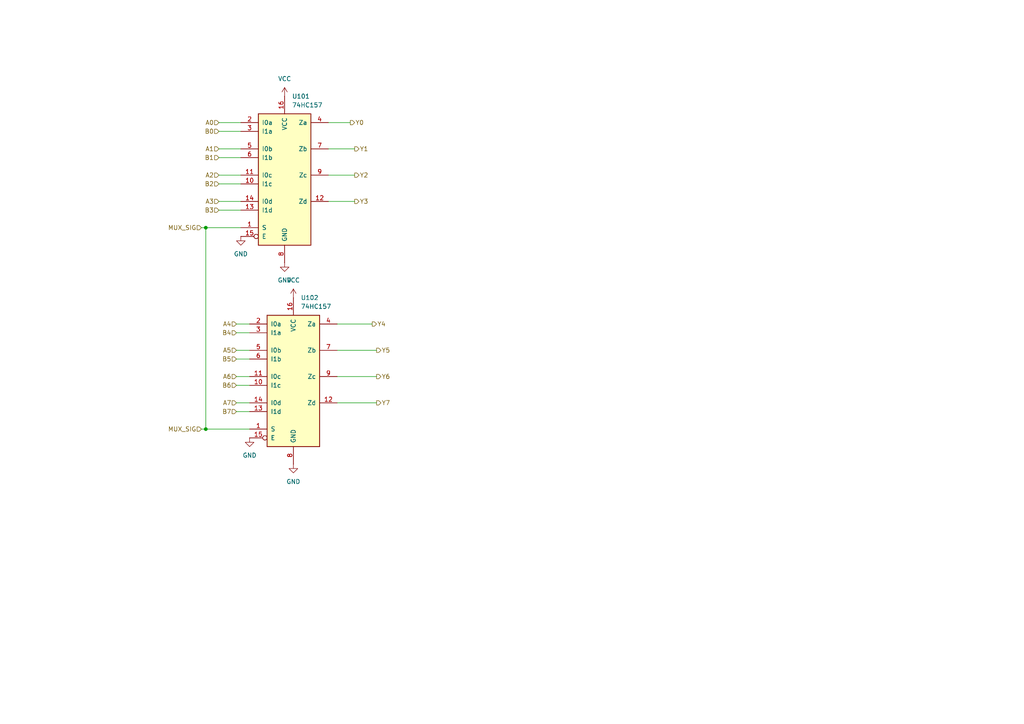
<source format=kicad_sch>
(kicad_sch (version 20250114) (generator "eeschema") (generator_version "9.0")
  (paper "A4")
  (lib_symbols
    (symbol "74xx:74LS157" (pin_names (offset 1.016))
      (property "Reference" "U" (at -7.62 19.05 0))
      (property "Value" "74LS157" (at -7.62 -21.59 0))
      (symbol "74LS157_1_0"
        (pin input line (at -12.7 15.24 0) (length 5.08) (name "I0a") (number "2"))
        (pin input line (at -12.7 12.7 0) (length 5.08) (name "I1a") (number "3"))
        (pin input line (at -12.7 7.62 0) (length 5.08) (name "I0b") (number "5"))
        (pin input line (at -12.7 5.08 0) (length 5.08) (name "I1b") (number "6"))
        (pin input line (at -12.7 0 0) (length 5.08) (name "I0c") (number "11"))
        (pin input line (at -12.7 -2.54 0) (length 5.08) (name "I1c") (number "10"))
        (pin input line (at -12.7 -7.62 0) (length 5.08) (name "I0d") (number "14"))
        (pin input line (at -12.7 -10.16 0) (length 5.08) (name "I1d") (number "13"))
        (pin input line (at -12.7 -15.24 0) (length 5.08) (name "S") (number "1"))
        (pin input inverted (at -12.7 -17.78 0) (length 5.08) (name "E") (number "15"))
        (pin power_in line (at 0 22.86 270) (length 5.08) (name "VCC") (number "16"))
        (pin power_in line (at 0 -25.4 90) (length 5.08) (name "GND") (number "8"))
        (pin output line (at 12.7 15.24 180) (length 5.08) (name "Za") (number "4"))
        (pin output line (at 12.7 7.62 180) (length 5.08) (name "Zb") (number "7"))
        (pin output line (at 12.7 0 180) (length 5.08) (name "Zc") (number "9"))
        (pin output line (at 12.7 -7.62 180) (length 5.08) (name "Zd") (number "12"))
      )
      (symbol "74LS157_1_1"
        (rectangle (start -7.62 17.78) (end 7.62 -20.32) (stroke (width 0.254)) (fill (type background)))
      )
    )
    (symbol "power:GND" (power) (pin_numbers (hide yes)) (pin_names (offset 0) (hide yes))
      (property "Value" "GND" (at 0 -3.81 0))
      (symbol "GND_0_1"
        (polyline (pts (xy 0 0) (xy 0 -1.27) (xy 1.27 -1.27) (xy 0 -2.54) (xy -1.27 -1.27) (xy 0 -1.27)))
      )
      (symbol "GND_1_1"
        (pin power_in line (at 0 0 270) (length 0) (name "~") (number "1"))
      )
    )
    (symbol "power:VCC" (power) (pin_numbers (hide yes)) (pin_names (offset 0) (hide yes))
      (property "Value" "VCC" (at 0 3.556 0))
      (symbol "VCC_0_1"
        (polyline (pts (xy -0.762 1.27) (xy 0 2.54)))
        (polyline (pts (xy 0 2.54) (xy 0.762 1.27)))
        (polyline (pts (xy 0 0) (xy 0 2.54)))
      )
      (symbol "VCC_1_1"
        (pin power_in line (at 0 0 90) (length 0) (name "~") (number "1"))
      )
    )
  )
  (junction (at 59.69 124.46))
  (junction (at 59.69 66.04))
  (wire (pts (xy 95.25 50.8) (xy 102.87 50.8)))
  (wire (pts (xy 68.58 93.98) (xy 72.39 93.98)))
  (wire (pts (xy 59.69 66.04) (xy 59.69 124.46)))
  (wire (pts (xy 68.58 104.14) (xy 72.39 104.14)))
  (wire (pts (xy 68.58 109.22) (xy 72.39 109.22)))
  (wire (pts (xy 95.25 58.42) (xy 102.87 58.42)))
  (wire (pts (xy 68.58 101.6) (xy 72.39 101.6)))
  (wire (pts (xy 68.58 119.38) (xy 72.39 119.38)))
  (wire (pts (xy 68.58 116.84) (xy 72.39 116.84)))
  (wire (pts (xy 63.5 58.42) (xy 69.85 58.42)))
  (wire (pts (xy 68.58 96.52) (xy 72.39 96.52)))
  (wire (pts (xy 58.42 66.04) (xy 59.69 66.04)))
  (wire (pts (xy 58.42 124.46) (xy 59.69 124.46)))
  (wire (pts (xy 59.69 66.04) (xy 69.85 66.04)))
  (wire (pts (xy 63.5 45.72) (xy 69.85 45.72)))
  (wire (pts (xy 95.25 43.18) (xy 102.87 43.18)))
  (wire (pts (xy 63.5 60.96) (xy 69.85 60.96)))
  (wire (pts (xy 95.25 35.56) (xy 101.6 35.56)))
  (wire (pts (xy 63.5 38.1) (xy 69.85 38.1)))
  (wire (pts (xy 97.79 93.98) (xy 107.95 93.98)))
  (wire (pts (xy 59.69 124.46) (xy 72.39 124.46)))
  (wire (pts (xy 63.5 50.8) (xy 69.85 50.8)))
  (wire (pts (xy 97.79 109.22) (xy 109.22 109.22)))
  (wire (pts (xy 97.79 101.6) (xy 109.22 101.6)))
  (wire (pts (xy 97.79 116.84) (xy 109.22 116.84)))
  (wire (pts (xy 63.5 35.56) (xy 69.85 35.56)))
  (wire (pts (xy 63.5 53.34) (xy 69.85 53.34)))
  (wire (pts (xy 63.5 43.18) (xy 69.85 43.18)))
  (wire (pts (xy 68.58 111.76) (xy 72.39 111.76)))
  (hierarchical_label "B5" (shape input) (at 68.58 104.14 180))
  (hierarchical_label "A6" (shape input) (at 68.58 109.22 180))
  (hierarchical_label "MUX_SIG" (shape input) (at 58.42 124.46 180))
  (hierarchical_label "B0" (shape input) (at 63.5 38.1 180))
  (hierarchical_label "A4" (shape input) (at 68.58 93.98 180))
  (hierarchical_label "A2" (shape input) (at 63.5 50.8 180))
  (hierarchical_label "Y2" (shape output) (at 102.87 50.8 0))
  (hierarchical_label "B3" (shape input) (at 63.5 60.96 180))
  (hierarchical_label "A0" (shape input) (at 63.5 35.56 180))
  (hierarchical_label "Y1" (shape output) (at 102.87 43.18 0))
  (hierarchical_label "B2" (shape input) (at 63.5 53.34 180))
  (hierarchical_label "A5" (shape input) (at 68.58 101.6 180))
  (hierarchical_label "Y0" (shape output) (at 101.6 35.56 0))
  (hierarchical_label "Y4" (shape output) (at 107.95 93.98 0))
  (hierarchical_label "B4" (shape input) (at 68.58 96.52 180))
  (hierarchical_label "Y6" (shape output) (at 109.22 109.22 0))
  (hierarchical_label "A3" (shape input) (at 63.5 58.42 180))
  (hierarchical_label "A1" (shape input) (at 63.5 43.18 180))
  (hierarchical_label "A7" (shape input) (at 68.58 116.84 180))
  (hierarchical_label "B7" (shape input) (at 68.58 119.38 180))
  (hierarchical_label "B6" (shape input) (at 68.58 111.76 180))
  (hierarchical_label "Y3" (shape output) (at 102.87 58.42 0))
  (hierarchical_label "Y7" (shape output) (at 109.22 116.84 0))
  (hierarchical_label "Y5" (shape output) (at 109.22 101.6 0))
  (hierarchical_label "B1" (shape input) (at 63.5 45.72 180))
  (hierarchical_label "MUX_SIG" (shape input) (at 58.42 66.04 180))
  (symbol (lib_id "power:VCC") (at 85.09 86.36 0) (unit 1)
    (property "Reference" "#PWR0103" (effects (hide yes)))
    (property "Value" "VCC" (at 85.09 81.28 0))
    (property "Description" "Power symbol creates a global label with name \"VCC\"" (effects (hide yes)))
  )
  (symbol (lib_id "power:GND") (at 72.39 127 0) (unit 1)
    (property "Reference" "#PWR0105" (effects (hide yes)))
    (property "Value" "GND" (at 72.39 132.08 0))
    (property "Description" "Power symbol creates a global label with name \"GND\" , ground" (effects (hide yes)))
  )
  (symbol (lib_id "power:GND") (at 85.09 134.62 0) (unit 1)
    (property "Reference" "#PWR0102" (effects (hide yes)))
    (property "Value" "GND" (at 85.09 139.7 0))
    (property "Description" "Power symbol creates a global label with name \"GND\" , ground" (effects (hide yes)))
  )
  (symbol (lib_id "power:VCC") (at 82.55 27.94 0) (unit 1)
    (property "Reference" "#PWR0104" (effects (hide yes)))
    (property "Value" "VCC" (at 82.55 22.86 0))
    (property "Description" "Power symbol creates a global label with name \"VCC\"" (effects (hide yes)))
  )
  (symbol (lib_id "74xx:74LS157") (at 85.09 109.22 0) (unit 1)
    (property "Reference" "U102" (at 87.2333 86.36 0) (effects (justify left)))
    (property "Value" "74HC157" (at 87.2333 88.9 0) (effects (justify left)))
    (property "Footprint" "Package_SO:SOIC-16_3.9x9.9mm_P1.27mm" (effects (hide yes)))
    (property "Datasheet" "http://www.ti.com/lit/gpn/sn74LS157" (effects (hide yes)))
    (property "Description" "Quad 2 to 1 line Multiplexer" (effects (hide yes)))
  )
  (symbol (lib_id "74xx:74LS157") (at 82.55 50.8 0) (unit 1)
    (property "Reference" "U101" (at 84.6933 27.94 0) (effects (justify left)))
    (property "Value" "74HC157" (at 84.6933 30.48 0) (effects (justify left)))
    (property "Footprint" "Package_SO:SOIC-16_3.9x9.9mm_P1.27mm" (effects (hide yes)))
    (property "Datasheet" "http://www.ti.com/lit/gpn/sn74LS157" (effects (hide yes)))
    (property "Description" "Quad 2 to 1 line Multiplexer" (effects (hide yes)))
  )
  (symbol (lib_id "power:GND") (at 69.85 68.58 0) (unit 1)
    (property "Reference" "#PWR0106" (effects (hide yes)))
    (property "Value" "GND" (at 69.85 73.66 0))
    (property "Description" "Power symbol creates a global label with name \"GND\" , ground" (effects (hide yes)))
  )
  (symbol (lib_id "power:GND") (at 82.55 76.2 0) (unit 1)
    (property "Reference" "#PWR0101" (effects (hide yes)))
    (property "Value" "GND" (at 82.55 81.28 0))
    (property "Description" "Power symbol creates a global label with name \"GND\" , ground" (effects (hide yes)))
  )
)
</source>
